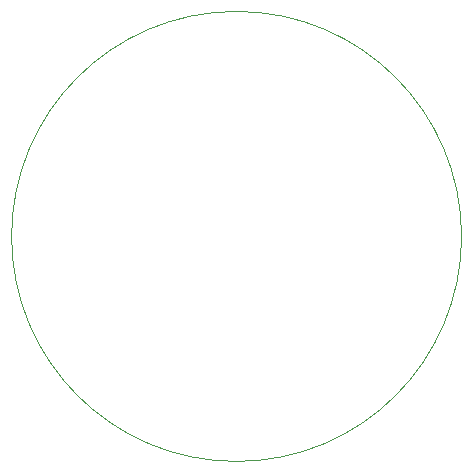
<source format=gbr>
G04 #@! TF.GenerationSoftware,KiCad,Pcbnew,(5.1.5-0-10_14)*
G04 #@! TF.CreationDate,2021-02-20T09:37:57-07:00*
G04 #@! TF.ProjectId,number_1_good_boy,6e756d62-6572-45f3-915f-676f6f645f62,rev?*
G04 #@! TF.SameCoordinates,Original*
G04 #@! TF.FileFunction,Profile,NP*
%FSLAX46Y46*%
G04 Gerber Fmt 4.6, Leading zero omitted, Abs format (unit mm)*
G04 Created by KiCad (PCBNEW (5.1.5-0-10_14)) date 2021-02-20 09:37:57*
%MOMM*%
%LPD*%
G04 APERTURE LIST*
%ADD10C,0.050000*%
G04 APERTURE END LIST*
D10*
X19050000Y0D02*
G75*
G03X19050000Y0I-19050000J0D01*
G01*
M02*

</source>
